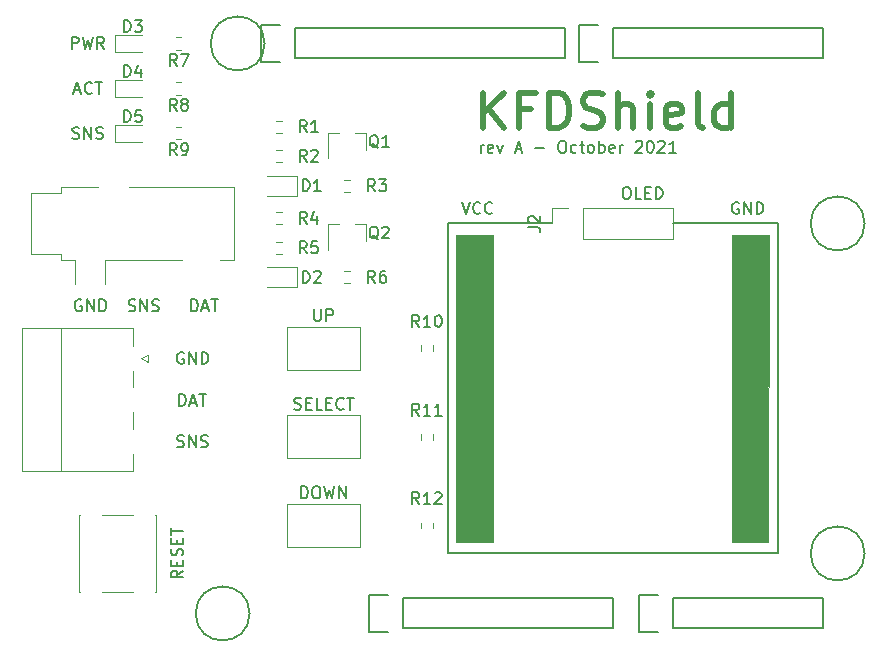
<source format=gbr>
%TF.GenerationSoftware,KiCad,Pcbnew,(5.1.9)-1*%
%TF.CreationDate,2021-10-28T18:27:29-05:00*%
%TF.ProjectId,KVLShield,4b564c53-6869-4656-9c64-2e6b69636164,1.0*%
%TF.SameCoordinates,Original*%
%TF.FileFunction,Legend,Top*%
%TF.FilePolarity,Positive*%
%FSLAX46Y46*%
G04 Gerber Fmt 4.6, Leading zero omitted, Abs format (unit mm)*
G04 Created by KiCad (PCBNEW (5.1.9)-1) date 2021-10-28 18:27:29*
%MOMM*%
%LPD*%
G01*
G04 APERTURE LIST*
%ADD10C,0.150000*%
%ADD11C,0.500000*%
%ADD12C,0.100000*%
%ADD13C,0.120000*%
G04 APERTURE END LIST*
D10*
X146833595Y-84817380D02*
X146833595Y-84150714D01*
X146833595Y-84341190D02*
X146881214Y-84245952D01*
X146928833Y-84198333D01*
X147024071Y-84150714D01*
X147119309Y-84150714D01*
X147833595Y-84769761D02*
X147738357Y-84817380D01*
X147547880Y-84817380D01*
X147452642Y-84769761D01*
X147405023Y-84674523D01*
X147405023Y-84293571D01*
X147452642Y-84198333D01*
X147547880Y-84150714D01*
X147738357Y-84150714D01*
X147833595Y-84198333D01*
X147881214Y-84293571D01*
X147881214Y-84388809D01*
X147405023Y-84484047D01*
X148214547Y-84150714D02*
X148452642Y-84817380D01*
X148690738Y-84150714D01*
X149785976Y-84531666D02*
X150262166Y-84531666D01*
X149690738Y-84817380D02*
X150024071Y-83817380D01*
X150357404Y-84817380D01*
X151452642Y-84436428D02*
X152214547Y-84436428D01*
X153643119Y-83817380D02*
X153833595Y-83817380D01*
X153928833Y-83865000D01*
X154024071Y-83960238D01*
X154071690Y-84150714D01*
X154071690Y-84484047D01*
X154024071Y-84674523D01*
X153928833Y-84769761D01*
X153833595Y-84817380D01*
X153643119Y-84817380D01*
X153547880Y-84769761D01*
X153452642Y-84674523D01*
X153405023Y-84484047D01*
X153405023Y-84150714D01*
X153452642Y-83960238D01*
X153547880Y-83865000D01*
X153643119Y-83817380D01*
X154928833Y-84769761D02*
X154833595Y-84817380D01*
X154643119Y-84817380D01*
X154547880Y-84769761D01*
X154500261Y-84722142D01*
X154452642Y-84626904D01*
X154452642Y-84341190D01*
X154500261Y-84245952D01*
X154547880Y-84198333D01*
X154643119Y-84150714D01*
X154833595Y-84150714D01*
X154928833Y-84198333D01*
X155214547Y-84150714D02*
X155595500Y-84150714D01*
X155357404Y-83817380D02*
X155357404Y-84674523D01*
X155405023Y-84769761D01*
X155500261Y-84817380D01*
X155595500Y-84817380D01*
X156071690Y-84817380D02*
X155976452Y-84769761D01*
X155928833Y-84722142D01*
X155881214Y-84626904D01*
X155881214Y-84341190D01*
X155928833Y-84245952D01*
X155976452Y-84198333D01*
X156071690Y-84150714D01*
X156214547Y-84150714D01*
X156309785Y-84198333D01*
X156357404Y-84245952D01*
X156405023Y-84341190D01*
X156405023Y-84626904D01*
X156357404Y-84722142D01*
X156309785Y-84769761D01*
X156214547Y-84817380D01*
X156071690Y-84817380D01*
X156833595Y-84817380D02*
X156833595Y-83817380D01*
X156833595Y-84198333D02*
X156928833Y-84150714D01*
X157119309Y-84150714D01*
X157214547Y-84198333D01*
X157262166Y-84245952D01*
X157309785Y-84341190D01*
X157309785Y-84626904D01*
X157262166Y-84722142D01*
X157214547Y-84769761D01*
X157119309Y-84817380D01*
X156928833Y-84817380D01*
X156833595Y-84769761D01*
X158119309Y-84769761D02*
X158024071Y-84817380D01*
X157833595Y-84817380D01*
X157738357Y-84769761D01*
X157690738Y-84674523D01*
X157690738Y-84293571D01*
X157738357Y-84198333D01*
X157833595Y-84150714D01*
X158024071Y-84150714D01*
X158119309Y-84198333D01*
X158166928Y-84293571D01*
X158166928Y-84388809D01*
X157690738Y-84484047D01*
X158595500Y-84817380D02*
X158595500Y-84150714D01*
X158595500Y-84341190D02*
X158643119Y-84245952D01*
X158690738Y-84198333D01*
X158785976Y-84150714D01*
X158881214Y-84150714D01*
X159928833Y-83912619D02*
X159976452Y-83865000D01*
X160071690Y-83817380D01*
X160309785Y-83817380D01*
X160405023Y-83865000D01*
X160452642Y-83912619D01*
X160500261Y-84007857D01*
X160500261Y-84103095D01*
X160452642Y-84245952D01*
X159881214Y-84817380D01*
X160500261Y-84817380D01*
X161119309Y-83817380D02*
X161214547Y-83817380D01*
X161309785Y-83865000D01*
X161357404Y-83912619D01*
X161405023Y-84007857D01*
X161452642Y-84198333D01*
X161452642Y-84436428D01*
X161405023Y-84626904D01*
X161357404Y-84722142D01*
X161309785Y-84769761D01*
X161214547Y-84817380D01*
X161119309Y-84817380D01*
X161024071Y-84769761D01*
X160976452Y-84722142D01*
X160928833Y-84626904D01*
X160881214Y-84436428D01*
X160881214Y-84198333D01*
X160928833Y-84007857D01*
X160976452Y-83912619D01*
X161024071Y-83865000D01*
X161119309Y-83817380D01*
X161833595Y-83912619D02*
X161881214Y-83865000D01*
X161976452Y-83817380D01*
X162214547Y-83817380D01*
X162309785Y-83865000D01*
X162357404Y-83912619D01*
X162405023Y-84007857D01*
X162405023Y-84103095D01*
X162357404Y-84245952D01*
X161785976Y-84817380D01*
X162405023Y-84817380D01*
X163357404Y-84817380D02*
X162785976Y-84817380D01*
X163071690Y-84817380D02*
X163071690Y-83817380D01*
X162976452Y-83960238D01*
X162881214Y-84055476D01*
X162785976Y-84103095D01*
D11*
X147037285Y-82722142D02*
X147037285Y-79722142D01*
X148751571Y-82722142D02*
X147465857Y-81007857D01*
X148751571Y-79722142D02*
X147037285Y-81436428D01*
X151037285Y-81150714D02*
X150037285Y-81150714D01*
X150037285Y-82722142D02*
X150037285Y-79722142D01*
X151465857Y-79722142D01*
X152608714Y-82722142D02*
X152608714Y-79722142D01*
X153323000Y-79722142D01*
X153751571Y-79865000D01*
X154037285Y-80150714D01*
X154180142Y-80436428D01*
X154323000Y-81007857D01*
X154323000Y-81436428D01*
X154180142Y-82007857D01*
X154037285Y-82293571D01*
X153751571Y-82579285D01*
X153323000Y-82722142D01*
X152608714Y-82722142D01*
X155465857Y-82579285D02*
X155894428Y-82722142D01*
X156608714Y-82722142D01*
X156894428Y-82579285D01*
X157037285Y-82436428D01*
X157180142Y-82150714D01*
X157180142Y-81865000D01*
X157037285Y-81579285D01*
X156894428Y-81436428D01*
X156608714Y-81293571D01*
X156037285Y-81150714D01*
X155751571Y-81007857D01*
X155608714Y-80865000D01*
X155465857Y-80579285D01*
X155465857Y-80293571D01*
X155608714Y-80007857D01*
X155751571Y-79865000D01*
X156037285Y-79722142D01*
X156751571Y-79722142D01*
X157180142Y-79865000D01*
X158465857Y-82722142D02*
X158465857Y-79722142D01*
X159751571Y-82722142D02*
X159751571Y-81150714D01*
X159608714Y-80865000D01*
X159323000Y-80722142D01*
X158894428Y-80722142D01*
X158608714Y-80865000D01*
X158465857Y-81007857D01*
X161180142Y-82722142D02*
X161180142Y-80722142D01*
X161180142Y-79722142D02*
X161037285Y-79865000D01*
X161180142Y-80007857D01*
X161323000Y-79865000D01*
X161180142Y-79722142D01*
X161180142Y-80007857D01*
X163751571Y-82579285D02*
X163465857Y-82722142D01*
X162894428Y-82722142D01*
X162608714Y-82579285D01*
X162465857Y-82293571D01*
X162465857Y-81150714D01*
X162608714Y-80865000D01*
X162894428Y-80722142D01*
X163465857Y-80722142D01*
X163751571Y-80865000D01*
X163894428Y-81150714D01*
X163894428Y-81436428D01*
X162465857Y-81722142D01*
X165608714Y-82722142D02*
X165323000Y-82579285D01*
X165180142Y-82293571D01*
X165180142Y-79722142D01*
X168037285Y-82722142D02*
X168037285Y-79722142D01*
X168037285Y-82579285D02*
X167751571Y-82722142D01*
X167180142Y-82722142D01*
X166894428Y-82579285D01*
X166751571Y-82436428D01*
X166608714Y-82150714D01*
X166608714Y-81293571D01*
X166751571Y-81007857D01*
X166894428Y-80865000D01*
X167180142Y-80722142D01*
X167751571Y-80722142D01*
X168037285Y-80865000D01*
D10*
X131617047Y-114067380D02*
X131617047Y-113067380D01*
X131855142Y-113067380D01*
X131998000Y-113115000D01*
X132093238Y-113210238D01*
X132140857Y-113305476D01*
X132188476Y-113495952D01*
X132188476Y-113638809D01*
X132140857Y-113829285D01*
X132093238Y-113924523D01*
X131998000Y-114019761D01*
X131855142Y-114067380D01*
X131617047Y-114067380D01*
X132807523Y-113067380D02*
X132998000Y-113067380D01*
X133093238Y-113115000D01*
X133188476Y-113210238D01*
X133236095Y-113400714D01*
X133236095Y-113734047D01*
X133188476Y-113924523D01*
X133093238Y-114019761D01*
X132998000Y-114067380D01*
X132807523Y-114067380D01*
X132712285Y-114019761D01*
X132617047Y-113924523D01*
X132569428Y-113734047D01*
X132569428Y-113400714D01*
X132617047Y-113210238D01*
X132712285Y-113115000D01*
X132807523Y-113067380D01*
X133569428Y-113067380D02*
X133807523Y-114067380D01*
X133998000Y-113353095D01*
X134188476Y-114067380D01*
X134426571Y-113067380D01*
X134807523Y-114067380D02*
X134807523Y-113067380D01*
X135378952Y-114067380D01*
X135378952Y-113067380D01*
X131021809Y-106519761D02*
X131164666Y-106567380D01*
X131402761Y-106567380D01*
X131498000Y-106519761D01*
X131545619Y-106472142D01*
X131593238Y-106376904D01*
X131593238Y-106281666D01*
X131545619Y-106186428D01*
X131498000Y-106138809D01*
X131402761Y-106091190D01*
X131212285Y-106043571D01*
X131117047Y-105995952D01*
X131069428Y-105948333D01*
X131021809Y-105853095D01*
X131021809Y-105757857D01*
X131069428Y-105662619D01*
X131117047Y-105615000D01*
X131212285Y-105567380D01*
X131450380Y-105567380D01*
X131593238Y-105615000D01*
X132021809Y-106043571D02*
X132355142Y-106043571D01*
X132498000Y-106567380D02*
X132021809Y-106567380D01*
X132021809Y-105567380D01*
X132498000Y-105567380D01*
X133402761Y-106567380D02*
X132926571Y-106567380D01*
X132926571Y-105567380D01*
X133736095Y-106043571D02*
X134069428Y-106043571D01*
X134212285Y-106567380D02*
X133736095Y-106567380D01*
X133736095Y-105567380D01*
X134212285Y-105567380D01*
X135212285Y-106472142D02*
X135164666Y-106519761D01*
X135021809Y-106567380D01*
X134926571Y-106567380D01*
X134783714Y-106519761D01*
X134688476Y-106424523D01*
X134640857Y-106329285D01*
X134593238Y-106138809D01*
X134593238Y-105995952D01*
X134640857Y-105805476D01*
X134688476Y-105710238D01*
X134783714Y-105615000D01*
X134926571Y-105567380D01*
X135021809Y-105567380D01*
X135164666Y-105615000D01*
X135212285Y-105662619D01*
X135498000Y-105567380D02*
X136069428Y-105567380D01*
X135783714Y-106567380D02*
X135783714Y-105567380D01*
X132712285Y-98067380D02*
X132712285Y-98876904D01*
X132759904Y-98972142D01*
X132807523Y-99019761D01*
X132902761Y-99067380D01*
X133093238Y-99067380D01*
X133188476Y-99019761D01*
X133236095Y-98972142D01*
X133283714Y-98876904D01*
X133283714Y-98067380D01*
X133759904Y-99067380D02*
X133759904Y-98067380D01*
X134140857Y-98067380D01*
X134236095Y-98115000D01*
X134283714Y-98162619D01*
X134331333Y-98257857D01*
X134331333Y-98400714D01*
X134283714Y-98495952D01*
X134236095Y-98543571D01*
X134140857Y-98591190D01*
X133759904Y-98591190D01*
X145224666Y-88987380D02*
X145558000Y-89987380D01*
X145891333Y-88987380D01*
X146796095Y-89892142D02*
X146748476Y-89939761D01*
X146605619Y-89987380D01*
X146510380Y-89987380D01*
X146367523Y-89939761D01*
X146272285Y-89844523D01*
X146224666Y-89749285D01*
X146177047Y-89558809D01*
X146177047Y-89415952D01*
X146224666Y-89225476D01*
X146272285Y-89130238D01*
X146367523Y-89035000D01*
X146510380Y-88987380D01*
X146605619Y-88987380D01*
X146748476Y-89035000D01*
X146796095Y-89082619D01*
X147796095Y-89892142D02*
X147748476Y-89939761D01*
X147605619Y-89987380D01*
X147510380Y-89987380D01*
X147367523Y-89939761D01*
X147272285Y-89844523D01*
X147224666Y-89749285D01*
X147177047Y-89558809D01*
X147177047Y-89415952D01*
X147224666Y-89225476D01*
X147272285Y-89130238D01*
X147367523Y-89035000D01*
X147510380Y-88987380D01*
X147605619Y-88987380D01*
X147748476Y-89035000D01*
X147796095Y-89082619D01*
X168656095Y-89035000D02*
X168560857Y-88987380D01*
X168418000Y-88987380D01*
X168275142Y-89035000D01*
X168179904Y-89130238D01*
X168132285Y-89225476D01*
X168084666Y-89415952D01*
X168084666Y-89558809D01*
X168132285Y-89749285D01*
X168179904Y-89844523D01*
X168275142Y-89939761D01*
X168418000Y-89987380D01*
X168513238Y-89987380D01*
X168656095Y-89939761D01*
X168703714Y-89892142D01*
X168703714Y-89558809D01*
X168513238Y-89558809D01*
X169132285Y-89987380D02*
X169132285Y-88987380D01*
X169703714Y-89987380D01*
X169703714Y-88987380D01*
X170179904Y-89987380D02*
X170179904Y-88987380D01*
X170418000Y-88987380D01*
X170560857Y-89035000D01*
X170656095Y-89130238D01*
X170703714Y-89225476D01*
X170751333Y-89415952D01*
X170751333Y-89558809D01*
X170703714Y-89749285D01*
X170656095Y-89844523D01*
X170560857Y-89939761D01*
X170418000Y-89987380D01*
X170179904Y-89987380D01*
D12*
G36*
X171206905Y-91819668D02*
G01*
X171157252Y-117774831D01*
X168098867Y-117771507D01*
X168088162Y-91823680D01*
X168101792Y-91816865D01*
X168098656Y-91816344D01*
X171206905Y-91819668D01*
G37*
X171206905Y-91819668D02*
X171157252Y-117774831D01*
X168098867Y-117771507D01*
X168088162Y-91823680D01*
X168101792Y-91816865D01*
X168098656Y-91816344D01*
X171206905Y-91819668D01*
G36*
X147869342Y-91797418D02*
G01*
X147819689Y-117752581D01*
X144761304Y-117749257D01*
X144750599Y-91801430D01*
X144764229Y-91794615D01*
X144761093Y-91794094D01*
X147869342Y-91797418D01*
G37*
X147869342Y-91797418D02*
X147819689Y-117752581D01*
X144761304Y-117749257D01*
X144750599Y-91801430D01*
X144764229Y-91794615D01*
X144761093Y-91794094D01*
X147869342Y-91797418D01*
D10*
X144018000Y-90805000D02*
X152848000Y-90805000D01*
X171958000Y-90805000D02*
X163068000Y-90805000D01*
X171958000Y-118745000D02*
X171958000Y-90805000D01*
X144018000Y-118745000D02*
X171958000Y-118745000D01*
X144018000Y-90805000D02*
X144018000Y-118745000D01*
X121610380Y-120197380D02*
X121134190Y-120530714D01*
X121610380Y-120768809D02*
X120610380Y-120768809D01*
X120610380Y-120387857D01*
X120658000Y-120292619D01*
X120705619Y-120245000D01*
X120800857Y-120197380D01*
X120943714Y-120197380D01*
X121038952Y-120245000D01*
X121086571Y-120292619D01*
X121134190Y-120387857D01*
X121134190Y-120768809D01*
X121086571Y-119768809D02*
X121086571Y-119435476D01*
X121610380Y-119292619D02*
X121610380Y-119768809D01*
X120610380Y-119768809D01*
X120610380Y-119292619D01*
X121562761Y-118911666D02*
X121610380Y-118768809D01*
X121610380Y-118530714D01*
X121562761Y-118435476D01*
X121515142Y-118387857D01*
X121419904Y-118340238D01*
X121324666Y-118340238D01*
X121229428Y-118387857D01*
X121181809Y-118435476D01*
X121134190Y-118530714D01*
X121086571Y-118721190D01*
X121038952Y-118816428D01*
X120991333Y-118864047D01*
X120896095Y-118911666D01*
X120800857Y-118911666D01*
X120705619Y-118864047D01*
X120658000Y-118816428D01*
X120610380Y-118721190D01*
X120610380Y-118483095D01*
X120658000Y-118340238D01*
X121086571Y-117911666D02*
X121086571Y-117578333D01*
X121610380Y-117435476D02*
X121610380Y-117911666D01*
X120610380Y-117911666D01*
X120610380Y-117435476D01*
X120610380Y-117149761D02*
X120610380Y-116578333D01*
X121610380Y-116864047D02*
X120610380Y-116864047D01*
X113012560Y-97287607D02*
X112917321Y-97239987D01*
X112774464Y-97239987D01*
X112631607Y-97287607D01*
X112536369Y-97382845D01*
X112488750Y-97478083D01*
X112441131Y-97668559D01*
X112441131Y-97811416D01*
X112488750Y-98001892D01*
X112536369Y-98097130D01*
X112631607Y-98192368D01*
X112774464Y-98239987D01*
X112869702Y-98239987D01*
X113012560Y-98192368D01*
X113060179Y-98144749D01*
X113060179Y-97811416D01*
X112869702Y-97811416D01*
X113488750Y-98239987D02*
X113488750Y-97239987D01*
X114060179Y-98239987D01*
X114060179Y-97239987D01*
X114536369Y-98239987D02*
X114536369Y-97239987D01*
X114774464Y-97239987D01*
X114917321Y-97287607D01*
X115012560Y-97382845D01*
X115060179Y-97478083D01*
X115107798Y-97668559D01*
X115107798Y-97811416D01*
X115060179Y-98001892D01*
X115012560Y-98097130D01*
X114917321Y-98192368D01*
X114774464Y-98239987D01*
X114536369Y-98239987D01*
X117012560Y-98192368D02*
X117155417Y-98239987D01*
X117393512Y-98239987D01*
X117488750Y-98192368D01*
X117536369Y-98144749D01*
X117583988Y-98049511D01*
X117583988Y-97954273D01*
X117536369Y-97859035D01*
X117488750Y-97811416D01*
X117393512Y-97763797D01*
X117203036Y-97716178D01*
X117107798Y-97668559D01*
X117060179Y-97620940D01*
X117012560Y-97525702D01*
X117012560Y-97430464D01*
X117060179Y-97335226D01*
X117107798Y-97287607D01*
X117203036Y-97239987D01*
X117441131Y-97239987D01*
X117583988Y-97287607D01*
X118012560Y-98239987D02*
X118012560Y-97239987D01*
X118583988Y-98239987D01*
X118583988Y-97239987D01*
X119012560Y-98192368D02*
X119155417Y-98239987D01*
X119393512Y-98239987D01*
X119488750Y-98192368D01*
X119536369Y-98144749D01*
X119583988Y-98049511D01*
X119583988Y-97954273D01*
X119536369Y-97859035D01*
X119488750Y-97811416D01*
X119393512Y-97763797D01*
X119203036Y-97716178D01*
X119107798Y-97668559D01*
X119060179Y-97620940D01*
X119012560Y-97525702D01*
X119012560Y-97430464D01*
X119060179Y-97335226D01*
X119107798Y-97287607D01*
X119203036Y-97239987D01*
X119441131Y-97239987D01*
X119583988Y-97287607D01*
X122298274Y-98239987D02*
X122298274Y-97239987D01*
X122536369Y-97239987D01*
X122679226Y-97287607D01*
X122774464Y-97382845D01*
X122822083Y-97478083D01*
X122869702Y-97668559D01*
X122869702Y-97811416D01*
X122822083Y-98001892D01*
X122774464Y-98097130D01*
X122679226Y-98192368D01*
X122536369Y-98239987D01*
X122298274Y-98239987D01*
X123250655Y-97954273D02*
X123726845Y-97954273D01*
X123155417Y-98239987D02*
X123488750Y-97239987D01*
X123822083Y-98239987D01*
X124012560Y-97239987D02*
X124583988Y-97239987D01*
X124298274Y-98239987D02*
X124298274Y-97239987D01*
X121281472Y-106258728D02*
X121281472Y-105258728D01*
X121519567Y-105258728D01*
X121662424Y-105306348D01*
X121757662Y-105401586D01*
X121805281Y-105496824D01*
X121852901Y-105687300D01*
X121852901Y-105830157D01*
X121805281Y-106020633D01*
X121757662Y-106115871D01*
X121662424Y-106211109D01*
X121519567Y-106258728D01*
X121281472Y-106258728D01*
X122233853Y-105973014D02*
X122710043Y-105973014D01*
X122138615Y-106258728D02*
X122471948Y-105258728D01*
X122805281Y-106258728D01*
X122995758Y-105258728D02*
X123567186Y-105258728D01*
X123281472Y-106258728D02*
X123281472Y-105258728D01*
X121121803Y-109692957D02*
X121264660Y-109740576D01*
X121502756Y-109740576D01*
X121597994Y-109692957D01*
X121645613Y-109645338D01*
X121693232Y-109550100D01*
X121693232Y-109454862D01*
X121645613Y-109359624D01*
X121597994Y-109312005D01*
X121502756Y-109264386D01*
X121312279Y-109216767D01*
X121217041Y-109169148D01*
X121169422Y-109121529D01*
X121121803Y-109026291D01*
X121121803Y-108931053D01*
X121169422Y-108835815D01*
X121217041Y-108788196D01*
X121312279Y-108740576D01*
X121550375Y-108740576D01*
X121693232Y-108788196D01*
X122121803Y-109740576D02*
X122121803Y-108740576D01*
X122693232Y-109740576D01*
X122693232Y-108740576D01*
X123121803Y-109692957D02*
X123264660Y-109740576D01*
X123502756Y-109740576D01*
X123597994Y-109692957D01*
X123645613Y-109645338D01*
X123693232Y-109550100D01*
X123693232Y-109454862D01*
X123645613Y-109359624D01*
X123597994Y-109312005D01*
X123502756Y-109264386D01*
X123312279Y-109216767D01*
X123217041Y-109169148D01*
X123169422Y-109121529D01*
X123121803Y-109026291D01*
X123121803Y-108931053D01*
X123169422Y-108835815D01*
X123217041Y-108788196D01*
X123312279Y-108740576D01*
X123550375Y-108740576D01*
X123693232Y-108788196D01*
X121666095Y-101735000D02*
X121570857Y-101687380D01*
X121428000Y-101687380D01*
X121285142Y-101735000D01*
X121189904Y-101830238D01*
X121142285Y-101925476D01*
X121094666Y-102115952D01*
X121094666Y-102258809D01*
X121142285Y-102449285D01*
X121189904Y-102544523D01*
X121285142Y-102639761D01*
X121428000Y-102687380D01*
X121523238Y-102687380D01*
X121666095Y-102639761D01*
X121713714Y-102592142D01*
X121713714Y-102258809D01*
X121523238Y-102258809D01*
X122142285Y-102687380D02*
X122142285Y-101687380D01*
X122713714Y-102687380D01*
X122713714Y-101687380D01*
X123189904Y-102687380D02*
X123189904Y-101687380D01*
X123428000Y-101687380D01*
X123570857Y-101735000D01*
X123666095Y-101830238D01*
X123713714Y-101925476D01*
X123761333Y-102115952D01*
X123761333Y-102258809D01*
X123713714Y-102449285D01*
X123666095Y-102544523D01*
X123570857Y-102639761D01*
X123428000Y-102687380D01*
X123189904Y-102687380D01*
X112252285Y-83589761D02*
X112395142Y-83637380D01*
X112633238Y-83637380D01*
X112728476Y-83589761D01*
X112776095Y-83542142D01*
X112823714Y-83446904D01*
X112823714Y-83351666D01*
X112776095Y-83256428D01*
X112728476Y-83208809D01*
X112633238Y-83161190D01*
X112442761Y-83113571D01*
X112347523Y-83065952D01*
X112299904Y-83018333D01*
X112252285Y-82923095D01*
X112252285Y-82827857D01*
X112299904Y-82732619D01*
X112347523Y-82685000D01*
X112442761Y-82637380D01*
X112680857Y-82637380D01*
X112823714Y-82685000D01*
X113252285Y-83637380D02*
X113252285Y-82637380D01*
X113823714Y-83637380D01*
X113823714Y-82637380D01*
X114252285Y-83589761D02*
X114395142Y-83637380D01*
X114633238Y-83637380D01*
X114728476Y-83589761D01*
X114776095Y-83542142D01*
X114823714Y-83446904D01*
X114823714Y-83351666D01*
X114776095Y-83256428D01*
X114728476Y-83208809D01*
X114633238Y-83161190D01*
X114442761Y-83113571D01*
X114347523Y-83065952D01*
X114299904Y-83018333D01*
X114252285Y-82923095D01*
X114252285Y-82827857D01*
X114299904Y-82732619D01*
X114347523Y-82685000D01*
X114442761Y-82637380D01*
X114680857Y-82637380D01*
X114823714Y-82685000D01*
X112418952Y-79541666D02*
X112895142Y-79541666D01*
X112323714Y-79827380D02*
X112657047Y-78827380D01*
X112990380Y-79827380D01*
X113895142Y-79732142D02*
X113847523Y-79779761D01*
X113704666Y-79827380D01*
X113609428Y-79827380D01*
X113466571Y-79779761D01*
X113371333Y-79684523D01*
X113323714Y-79589285D01*
X113276095Y-79398809D01*
X113276095Y-79255952D01*
X113323714Y-79065476D01*
X113371333Y-78970238D01*
X113466571Y-78875000D01*
X113609428Y-78827380D01*
X113704666Y-78827380D01*
X113847523Y-78875000D01*
X113895142Y-78922619D01*
X114180857Y-78827380D02*
X114752285Y-78827380D01*
X114466571Y-79827380D02*
X114466571Y-78827380D01*
X112204666Y-76017380D02*
X112204666Y-75017380D01*
X112585619Y-75017380D01*
X112680857Y-75065000D01*
X112728476Y-75112619D01*
X112776095Y-75207857D01*
X112776095Y-75350714D01*
X112728476Y-75445952D01*
X112680857Y-75493571D01*
X112585619Y-75541190D01*
X112204666Y-75541190D01*
X113109428Y-75017380D02*
X113347523Y-76017380D01*
X113538000Y-75303095D01*
X113728476Y-76017380D01*
X113966571Y-75017380D01*
X114918952Y-76017380D02*
X114585619Y-75541190D01*
X114347523Y-76017380D02*
X114347523Y-75017380D01*
X114728476Y-75017380D01*
X114823714Y-75065000D01*
X114871333Y-75112619D01*
X114918952Y-75207857D01*
X114918952Y-75350714D01*
X114871333Y-75445952D01*
X114823714Y-75493571D01*
X114728476Y-75541190D01*
X114347523Y-75541190D01*
X159075619Y-87717380D02*
X159266095Y-87717380D01*
X159361333Y-87765000D01*
X159456571Y-87860238D01*
X159504190Y-88050714D01*
X159504190Y-88384047D01*
X159456571Y-88574523D01*
X159361333Y-88669761D01*
X159266095Y-88717380D01*
X159075619Y-88717380D01*
X158980380Y-88669761D01*
X158885142Y-88574523D01*
X158837523Y-88384047D01*
X158837523Y-88050714D01*
X158885142Y-87860238D01*
X158980380Y-87765000D01*
X159075619Y-87717380D01*
X160408952Y-88717380D02*
X159932761Y-88717380D01*
X159932761Y-87717380D01*
X160742285Y-88193571D02*
X161075619Y-88193571D01*
X161218476Y-88717380D02*
X160742285Y-88717380D01*
X160742285Y-87717380D01*
X161218476Y-87717380D01*
X161647047Y-88717380D02*
X161647047Y-87717380D01*
X161885142Y-87717380D01*
X162028000Y-87765000D01*
X162123238Y-87860238D01*
X162170857Y-87955476D01*
X162218476Y-88145952D01*
X162218476Y-88288809D01*
X162170857Y-88479285D01*
X162123238Y-88574523D01*
X162028000Y-88669761D01*
X161885142Y-88717380D01*
X161647047Y-88717380D01*
D13*
%TO.C,J3*%
X112448000Y-93905000D02*
X111248000Y-93905000D01*
X111248000Y-93905000D02*
X111248000Y-93405000D01*
X111248000Y-93405000D02*
X108748000Y-93405000D01*
X108748000Y-93405000D02*
X108748000Y-88205000D01*
X108748000Y-88205000D02*
X111248000Y-88205000D01*
X111248000Y-88205000D02*
X111248000Y-87705000D01*
X111248000Y-87705000D02*
X114448000Y-87705000D01*
X117048000Y-87705000D02*
X125948000Y-87705000D01*
X125948000Y-87705000D02*
X125948000Y-93905000D01*
X125948000Y-93905000D02*
X124748000Y-93905000D01*
X121548000Y-93905000D02*
X115048000Y-93905000D01*
X112448000Y-93905000D02*
X112448000Y-95905000D01*
X115048000Y-93905000D02*
X115048000Y-95905000D01*
%TO.C,SW1*%
X119308000Y-121975000D02*
X119278000Y-121975000D01*
X112848000Y-121975000D02*
X112878000Y-121975000D01*
X112848000Y-115515000D02*
X112878000Y-115515000D01*
X119278000Y-115515000D02*
X119308000Y-115515000D01*
X117378000Y-121975000D02*
X114778000Y-121975000D01*
X119308000Y-115515000D02*
X119308000Y-121975000D01*
X117378000Y-115515000D02*
X114778000Y-115515000D01*
X112848000Y-115515000D02*
X112848000Y-121975000D01*
%TO.C,Q1*%
X137078000Y-83105000D02*
X136148000Y-83105000D01*
X133918000Y-83105000D02*
X134848000Y-83105000D01*
X133918000Y-83105000D02*
X133918000Y-85265000D01*
X137078000Y-83105000D02*
X137078000Y-84565000D01*
%TO.C,SW4*%
X130438000Y-114555000D02*
X136558000Y-114555000D01*
X136558000Y-114555000D02*
X136558000Y-118175000D01*
X136558000Y-118175000D02*
X130438000Y-118175000D01*
X130438000Y-118175000D02*
X130438000Y-114555000D01*
%TO.C,SW3*%
X130438000Y-107055000D02*
X136558000Y-107055000D01*
X136558000Y-107055000D02*
X136558000Y-110675000D01*
X136558000Y-110675000D02*
X130438000Y-110675000D01*
X130438000Y-110675000D02*
X130438000Y-107055000D01*
%TO.C,SW2*%
X130438000Y-99555000D02*
X136558000Y-99555000D01*
X136558000Y-99555000D02*
X136558000Y-103175000D01*
X136558000Y-103175000D02*
X130438000Y-103175000D01*
X130438000Y-103175000D02*
X130438000Y-99555000D01*
%TO.C,R12*%
X142770500Y-116127742D02*
X142770500Y-116602258D01*
X141725500Y-116127742D02*
X141725500Y-116602258D01*
%TO.C,R11*%
X142770500Y-108627742D02*
X142770500Y-109102258D01*
X141725500Y-108627742D02*
X141725500Y-109102258D01*
%TO.C,R10*%
X142770500Y-101127742D02*
X142770500Y-101602258D01*
X141725500Y-101127742D02*
X141725500Y-101602258D01*
%TO.C,D2*%
X131248000Y-96215000D02*
X131248000Y-94515000D01*
X131248000Y-94515000D02*
X128698000Y-94515000D01*
X131248000Y-96215000D02*
X128698000Y-96215000D01*
%TO.C,D1*%
X131248000Y-88465000D02*
X131248000Y-86765000D01*
X131248000Y-86765000D02*
X128698000Y-86765000D01*
X131248000Y-88465000D02*
X128698000Y-88465000D01*
%TO.C,J1*%
X117388000Y-99675000D02*
X107968000Y-99675000D01*
X107968000Y-99675000D02*
X107968000Y-111795000D01*
X107968000Y-111795000D02*
X117388000Y-111795000D01*
X117388000Y-99675000D02*
X117388000Y-101185000D01*
X117388000Y-111795000D02*
X117388000Y-110285000D01*
X117388000Y-103285000D02*
X117388000Y-104685000D01*
X117388000Y-106785000D02*
X117388000Y-108185000D01*
X111278000Y-99675000D02*
X111278000Y-111795000D01*
X118678000Y-102535000D02*
X118078000Y-102235000D01*
X118078000Y-102235000D02*
X118678000Y-101935000D01*
X118678000Y-101935000D02*
X118678000Y-102535000D01*
%TO.C,R9*%
X121485258Y-83667500D02*
X121010742Y-83667500D01*
X121485258Y-82622500D02*
X121010742Y-82622500D01*
%TO.C,D5*%
X118148000Y-82450000D02*
X115863000Y-82450000D01*
X115863000Y-82450000D02*
X115863000Y-83920000D01*
X115863000Y-83920000D02*
X118148000Y-83920000D01*
%TO.C,D4*%
X118148000Y-78640000D02*
X115863000Y-78640000D01*
X115863000Y-78640000D02*
X115863000Y-80110000D01*
X115863000Y-80110000D02*
X118148000Y-80110000D01*
%TO.C,D3*%
X118148000Y-74830000D02*
X115863000Y-74830000D01*
X115863000Y-74830000D02*
X115863000Y-76300000D01*
X115863000Y-76300000D02*
X118148000Y-76300000D01*
%TO.C,Q2*%
X137078000Y-90855000D02*
X136148000Y-90855000D01*
X133918000Y-90855000D02*
X134848000Y-90855000D01*
X133918000Y-90855000D02*
X133918000Y-93015000D01*
X137078000Y-90855000D02*
X137078000Y-92315000D01*
%TO.C,R8*%
X121485258Y-79897500D02*
X121010742Y-79897500D01*
X121485258Y-78852500D02*
X121010742Y-78852500D01*
%TO.C,R7*%
X121485258Y-76087500D02*
X121010742Y-76087500D01*
X121485258Y-75042500D02*
X121010742Y-75042500D01*
%TO.C,R6*%
X135735258Y-95887500D02*
X135260742Y-95887500D01*
X135735258Y-94842500D02*
X135260742Y-94842500D01*
%TO.C,R5*%
X129510742Y-92342500D02*
X129985258Y-92342500D01*
X129510742Y-93387500D02*
X129985258Y-93387500D01*
%TO.C,R4*%
X129510742Y-89842500D02*
X129985258Y-89842500D01*
X129510742Y-90887500D02*
X129985258Y-90887500D01*
%TO.C,R3*%
X135735258Y-88137500D02*
X135260742Y-88137500D01*
X135735258Y-87092500D02*
X135260742Y-87092500D01*
%TO.C,R2*%
X129510742Y-84592500D02*
X129985258Y-84592500D01*
X129510742Y-85637500D02*
X129985258Y-85637500D01*
%TO.C,R1*%
X129510742Y-82092500D02*
X129985258Y-82092500D01*
X129510742Y-83137500D02*
X129985258Y-83137500D01*
D10*
%TO.C,P1*%
X140208000Y-125095000D02*
X157988000Y-125095000D01*
X157988000Y-125095000D02*
X157988000Y-122555000D01*
X157988000Y-122555000D02*
X140208000Y-122555000D01*
X137388000Y-125375000D02*
X138938000Y-125375000D01*
X140208000Y-125095000D02*
X140208000Y-122555000D01*
X138938000Y-122275000D02*
X137388000Y-122275000D01*
X137388000Y-122275000D02*
X137388000Y-125375000D01*
%TO.C,P2*%
X163068000Y-125095000D02*
X175768000Y-125095000D01*
X175768000Y-125095000D02*
X175768000Y-122555000D01*
X175768000Y-122555000D02*
X163068000Y-122555000D01*
X160248000Y-125375000D02*
X161798000Y-125375000D01*
X163068000Y-125095000D02*
X163068000Y-122555000D01*
X161798000Y-122275000D02*
X160248000Y-122275000D01*
X160248000Y-122275000D02*
X160248000Y-125375000D01*
%TO.C,P3*%
X131064000Y-76835000D02*
X153924000Y-76835000D01*
X153924000Y-76835000D02*
X153924000Y-74295000D01*
X153924000Y-74295000D02*
X131064000Y-74295000D01*
X128244000Y-77115000D02*
X129794000Y-77115000D01*
X131064000Y-76835000D02*
X131064000Y-74295000D01*
X129794000Y-74015000D02*
X128244000Y-74015000D01*
X128244000Y-74015000D02*
X128244000Y-77115000D01*
%TO.C,P4*%
X157988000Y-76835000D02*
X175768000Y-76835000D01*
X175768000Y-76835000D02*
X175768000Y-74295000D01*
X175768000Y-74295000D02*
X157988000Y-74295000D01*
X155168000Y-77115000D02*
X156718000Y-77115000D01*
X157988000Y-76835000D02*
X157988000Y-74295000D01*
X156718000Y-74015000D02*
X155168000Y-74015000D01*
X155168000Y-74015000D02*
X155168000Y-77115000D01*
%TO.C,P5*%
X127254000Y-123825000D02*
G75*
G03*
X127254000Y-123825000I-2286000J0D01*
G01*
%TO.C,P6*%
X179324000Y-118745000D02*
G75*
G03*
X179324000Y-118745000I-2286000J0D01*
G01*
%TO.C,P7*%
X128524000Y-75565000D02*
G75*
G03*
X128524000Y-75565000I-2286000J0D01*
G01*
%TO.C,P8*%
X179324000Y-90805000D02*
G75*
G03*
X179324000Y-90805000I-2286000J0D01*
G01*
D13*
%TO.C,J2*%
X152848000Y-90805000D02*
X152848000Y-89475000D01*
X152848000Y-89475000D02*
X154178000Y-89475000D01*
X155448000Y-89475000D02*
X163128000Y-89475000D01*
X163128000Y-92135000D02*
X163128000Y-89475000D01*
X155448000Y-92135000D02*
X163128000Y-92135000D01*
X155448000Y-92135000D02*
X155448000Y-89475000D01*
%TO.C,Q1*%
D10*
X138152761Y-84412619D02*
X138057523Y-84365000D01*
X137962285Y-84269761D01*
X137819428Y-84126904D01*
X137724190Y-84079285D01*
X137628952Y-84079285D01*
X137676571Y-84317380D02*
X137581333Y-84269761D01*
X137486095Y-84174523D01*
X137438476Y-83984047D01*
X137438476Y-83650714D01*
X137486095Y-83460238D01*
X137581333Y-83365000D01*
X137676571Y-83317380D01*
X137867047Y-83317380D01*
X137962285Y-83365000D01*
X138057523Y-83460238D01*
X138105142Y-83650714D01*
X138105142Y-83984047D01*
X138057523Y-84174523D01*
X137962285Y-84269761D01*
X137867047Y-84317380D01*
X137676571Y-84317380D01*
X139057523Y-84317380D02*
X138486095Y-84317380D01*
X138771809Y-84317380D02*
X138771809Y-83317380D01*
X138676571Y-83460238D01*
X138581333Y-83555476D01*
X138486095Y-83603095D01*
%TO.C,R12*%
X141605142Y-114567380D02*
X141271809Y-114091190D01*
X141033714Y-114567380D02*
X141033714Y-113567380D01*
X141414666Y-113567380D01*
X141509904Y-113615000D01*
X141557523Y-113662619D01*
X141605142Y-113757857D01*
X141605142Y-113900714D01*
X141557523Y-113995952D01*
X141509904Y-114043571D01*
X141414666Y-114091190D01*
X141033714Y-114091190D01*
X142557523Y-114567380D02*
X141986095Y-114567380D01*
X142271809Y-114567380D02*
X142271809Y-113567380D01*
X142176571Y-113710238D01*
X142081333Y-113805476D01*
X141986095Y-113853095D01*
X142938476Y-113662619D02*
X142986095Y-113615000D01*
X143081333Y-113567380D01*
X143319428Y-113567380D01*
X143414666Y-113615000D01*
X143462285Y-113662619D01*
X143509904Y-113757857D01*
X143509904Y-113853095D01*
X143462285Y-113995952D01*
X142890857Y-114567380D01*
X143509904Y-114567380D01*
%TO.C,R11*%
X141605142Y-107067380D02*
X141271809Y-106591190D01*
X141033714Y-107067380D02*
X141033714Y-106067380D01*
X141414666Y-106067380D01*
X141509904Y-106115000D01*
X141557523Y-106162619D01*
X141605142Y-106257857D01*
X141605142Y-106400714D01*
X141557523Y-106495952D01*
X141509904Y-106543571D01*
X141414666Y-106591190D01*
X141033714Y-106591190D01*
X142557523Y-107067380D02*
X141986095Y-107067380D01*
X142271809Y-107067380D02*
X142271809Y-106067380D01*
X142176571Y-106210238D01*
X142081333Y-106305476D01*
X141986095Y-106353095D01*
X143509904Y-107067380D02*
X142938476Y-107067380D01*
X143224190Y-107067380D02*
X143224190Y-106067380D01*
X143128952Y-106210238D01*
X143033714Y-106305476D01*
X142938476Y-106353095D01*
%TO.C,R10*%
X141605142Y-99567380D02*
X141271809Y-99091190D01*
X141033714Y-99567380D02*
X141033714Y-98567380D01*
X141414666Y-98567380D01*
X141509904Y-98615000D01*
X141557523Y-98662619D01*
X141605142Y-98757857D01*
X141605142Y-98900714D01*
X141557523Y-98995952D01*
X141509904Y-99043571D01*
X141414666Y-99091190D01*
X141033714Y-99091190D01*
X142557523Y-99567380D02*
X141986095Y-99567380D01*
X142271809Y-99567380D02*
X142271809Y-98567380D01*
X142176571Y-98710238D01*
X142081333Y-98805476D01*
X141986095Y-98853095D01*
X143176571Y-98567380D02*
X143271809Y-98567380D01*
X143367047Y-98615000D01*
X143414666Y-98662619D01*
X143462285Y-98757857D01*
X143509904Y-98948333D01*
X143509904Y-99186428D01*
X143462285Y-99376904D01*
X143414666Y-99472142D01*
X143367047Y-99519761D01*
X143271809Y-99567380D01*
X143176571Y-99567380D01*
X143081333Y-99519761D01*
X143033714Y-99472142D01*
X142986095Y-99376904D01*
X142938476Y-99186428D01*
X142938476Y-98948333D01*
X142986095Y-98757857D01*
X143033714Y-98662619D01*
X143081333Y-98615000D01*
X143176571Y-98567380D01*
%TO.C,D2*%
X131759904Y-95817380D02*
X131759904Y-94817380D01*
X131998000Y-94817380D01*
X132140857Y-94865000D01*
X132236095Y-94960238D01*
X132283714Y-95055476D01*
X132331333Y-95245952D01*
X132331333Y-95388809D01*
X132283714Y-95579285D01*
X132236095Y-95674523D01*
X132140857Y-95769761D01*
X131998000Y-95817380D01*
X131759904Y-95817380D01*
X132712285Y-94912619D02*
X132759904Y-94865000D01*
X132855142Y-94817380D01*
X133093238Y-94817380D01*
X133188476Y-94865000D01*
X133236095Y-94912619D01*
X133283714Y-95007857D01*
X133283714Y-95103095D01*
X133236095Y-95245952D01*
X132664666Y-95817380D01*
X133283714Y-95817380D01*
%TO.C,D1*%
X131759904Y-88067380D02*
X131759904Y-87067380D01*
X131998000Y-87067380D01*
X132140857Y-87115000D01*
X132236095Y-87210238D01*
X132283714Y-87305476D01*
X132331333Y-87495952D01*
X132331333Y-87638809D01*
X132283714Y-87829285D01*
X132236095Y-87924523D01*
X132140857Y-88019761D01*
X131998000Y-88067380D01*
X131759904Y-88067380D01*
X133283714Y-88067380D02*
X132712285Y-88067380D01*
X132998000Y-88067380D02*
X132998000Y-87067380D01*
X132902761Y-87210238D01*
X132807523Y-87305476D01*
X132712285Y-87353095D01*
%TO.C,R9*%
X121081333Y-85027380D02*
X120748000Y-84551190D01*
X120509904Y-85027380D02*
X120509904Y-84027380D01*
X120890857Y-84027380D01*
X120986095Y-84075000D01*
X121033714Y-84122619D01*
X121081333Y-84217857D01*
X121081333Y-84360714D01*
X121033714Y-84455952D01*
X120986095Y-84503571D01*
X120890857Y-84551190D01*
X120509904Y-84551190D01*
X121557523Y-85027380D02*
X121748000Y-85027380D01*
X121843238Y-84979761D01*
X121890857Y-84932142D01*
X121986095Y-84789285D01*
X122033714Y-84598809D01*
X122033714Y-84217857D01*
X121986095Y-84122619D01*
X121938476Y-84075000D01*
X121843238Y-84027380D01*
X121652761Y-84027380D01*
X121557523Y-84075000D01*
X121509904Y-84122619D01*
X121462285Y-84217857D01*
X121462285Y-84455952D01*
X121509904Y-84551190D01*
X121557523Y-84598809D01*
X121652761Y-84646428D01*
X121843238Y-84646428D01*
X121938476Y-84598809D01*
X121986095Y-84551190D01*
X122033714Y-84455952D01*
%TO.C,D5*%
X116609904Y-82207380D02*
X116609904Y-81207380D01*
X116848000Y-81207380D01*
X116990857Y-81255000D01*
X117086095Y-81350238D01*
X117133714Y-81445476D01*
X117181333Y-81635952D01*
X117181333Y-81778809D01*
X117133714Y-81969285D01*
X117086095Y-82064523D01*
X116990857Y-82159761D01*
X116848000Y-82207380D01*
X116609904Y-82207380D01*
X118086095Y-81207380D02*
X117609904Y-81207380D01*
X117562285Y-81683571D01*
X117609904Y-81635952D01*
X117705142Y-81588333D01*
X117943238Y-81588333D01*
X118038476Y-81635952D01*
X118086095Y-81683571D01*
X118133714Y-81778809D01*
X118133714Y-82016904D01*
X118086095Y-82112142D01*
X118038476Y-82159761D01*
X117943238Y-82207380D01*
X117705142Y-82207380D01*
X117609904Y-82159761D01*
X117562285Y-82112142D01*
%TO.C,D4*%
X116609904Y-78397380D02*
X116609904Y-77397380D01*
X116848000Y-77397380D01*
X116990857Y-77445000D01*
X117086095Y-77540238D01*
X117133714Y-77635476D01*
X117181333Y-77825952D01*
X117181333Y-77968809D01*
X117133714Y-78159285D01*
X117086095Y-78254523D01*
X116990857Y-78349761D01*
X116848000Y-78397380D01*
X116609904Y-78397380D01*
X118038476Y-77730714D02*
X118038476Y-78397380D01*
X117800380Y-77349761D02*
X117562285Y-78064047D01*
X118181333Y-78064047D01*
%TO.C,D3*%
X116609904Y-74587380D02*
X116609904Y-73587380D01*
X116848000Y-73587380D01*
X116990857Y-73635000D01*
X117086095Y-73730238D01*
X117133714Y-73825476D01*
X117181333Y-74015952D01*
X117181333Y-74158809D01*
X117133714Y-74349285D01*
X117086095Y-74444523D01*
X116990857Y-74539761D01*
X116848000Y-74587380D01*
X116609904Y-74587380D01*
X117514666Y-73587380D02*
X118133714Y-73587380D01*
X117800380Y-73968333D01*
X117943238Y-73968333D01*
X118038476Y-74015952D01*
X118086095Y-74063571D01*
X118133714Y-74158809D01*
X118133714Y-74396904D01*
X118086095Y-74492142D01*
X118038476Y-74539761D01*
X117943238Y-74587380D01*
X117657523Y-74587380D01*
X117562285Y-74539761D01*
X117514666Y-74492142D01*
%TO.C,Q2*%
X138152761Y-92162619D02*
X138057523Y-92115000D01*
X137962285Y-92019761D01*
X137819428Y-91876904D01*
X137724190Y-91829285D01*
X137628952Y-91829285D01*
X137676571Y-92067380D02*
X137581333Y-92019761D01*
X137486095Y-91924523D01*
X137438476Y-91734047D01*
X137438476Y-91400714D01*
X137486095Y-91210238D01*
X137581333Y-91115000D01*
X137676571Y-91067380D01*
X137867047Y-91067380D01*
X137962285Y-91115000D01*
X138057523Y-91210238D01*
X138105142Y-91400714D01*
X138105142Y-91734047D01*
X138057523Y-91924523D01*
X137962285Y-92019761D01*
X137867047Y-92067380D01*
X137676571Y-92067380D01*
X138486095Y-91162619D02*
X138533714Y-91115000D01*
X138628952Y-91067380D01*
X138867047Y-91067380D01*
X138962285Y-91115000D01*
X139009904Y-91162619D01*
X139057523Y-91257857D01*
X139057523Y-91353095D01*
X139009904Y-91495952D01*
X138438476Y-92067380D01*
X139057523Y-92067380D01*
%TO.C,R8*%
X121081333Y-81257380D02*
X120748000Y-80781190D01*
X120509904Y-81257380D02*
X120509904Y-80257380D01*
X120890857Y-80257380D01*
X120986095Y-80305000D01*
X121033714Y-80352619D01*
X121081333Y-80447857D01*
X121081333Y-80590714D01*
X121033714Y-80685952D01*
X120986095Y-80733571D01*
X120890857Y-80781190D01*
X120509904Y-80781190D01*
X121652761Y-80685952D02*
X121557523Y-80638333D01*
X121509904Y-80590714D01*
X121462285Y-80495476D01*
X121462285Y-80447857D01*
X121509904Y-80352619D01*
X121557523Y-80305000D01*
X121652761Y-80257380D01*
X121843238Y-80257380D01*
X121938476Y-80305000D01*
X121986095Y-80352619D01*
X122033714Y-80447857D01*
X122033714Y-80495476D01*
X121986095Y-80590714D01*
X121938476Y-80638333D01*
X121843238Y-80685952D01*
X121652761Y-80685952D01*
X121557523Y-80733571D01*
X121509904Y-80781190D01*
X121462285Y-80876428D01*
X121462285Y-81066904D01*
X121509904Y-81162142D01*
X121557523Y-81209761D01*
X121652761Y-81257380D01*
X121843238Y-81257380D01*
X121938476Y-81209761D01*
X121986095Y-81162142D01*
X122033714Y-81066904D01*
X122033714Y-80876428D01*
X121986095Y-80781190D01*
X121938476Y-80733571D01*
X121843238Y-80685952D01*
%TO.C,R7*%
X121081333Y-77447380D02*
X120748000Y-76971190D01*
X120509904Y-77447380D02*
X120509904Y-76447380D01*
X120890857Y-76447380D01*
X120986095Y-76495000D01*
X121033714Y-76542619D01*
X121081333Y-76637857D01*
X121081333Y-76780714D01*
X121033714Y-76875952D01*
X120986095Y-76923571D01*
X120890857Y-76971190D01*
X120509904Y-76971190D01*
X121414666Y-76447380D02*
X122081333Y-76447380D01*
X121652761Y-77447380D01*
%TO.C,R6*%
X137871333Y-95817380D02*
X137538000Y-95341190D01*
X137299904Y-95817380D02*
X137299904Y-94817380D01*
X137680857Y-94817380D01*
X137776095Y-94865000D01*
X137823714Y-94912619D01*
X137871333Y-95007857D01*
X137871333Y-95150714D01*
X137823714Y-95245952D01*
X137776095Y-95293571D01*
X137680857Y-95341190D01*
X137299904Y-95341190D01*
X138728476Y-94817380D02*
X138538000Y-94817380D01*
X138442761Y-94865000D01*
X138395142Y-94912619D01*
X138299904Y-95055476D01*
X138252285Y-95245952D01*
X138252285Y-95626904D01*
X138299904Y-95722142D01*
X138347523Y-95769761D01*
X138442761Y-95817380D01*
X138633238Y-95817380D01*
X138728476Y-95769761D01*
X138776095Y-95722142D01*
X138823714Y-95626904D01*
X138823714Y-95388809D01*
X138776095Y-95293571D01*
X138728476Y-95245952D01*
X138633238Y-95198333D01*
X138442761Y-95198333D01*
X138347523Y-95245952D01*
X138299904Y-95293571D01*
X138252285Y-95388809D01*
%TO.C,R5*%
X132081333Y-93317380D02*
X131748000Y-92841190D01*
X131509904Y-93317380D02*
X131509904Y-92317380D01*
X131890857Y-92317380D01*
X131986095Y-92365000D01*
X132033714Y-92412619D01*
X132081333Y-92507857D01*
X132081333Y-92650714D01*
X132033714Y-92745952D01*
X131986095Y-92793571D01*
X131890857Y-92841190D01*
X131509904Y-92841190D01*
X132986095Y-92317380D02*
X132509904Y-92317380D01*
X132462285Y-92793571D01*
X132509904Y-92745952D01*
X132605142Y-92698333D01*
X132843238Y-92698333D01*
X132938476Y-92745952D01*
X132986095Y-92793571D01*
X133033714Y-92888809D01*
X133033714Y-93126904D01*
X132986095Y-93222142D01*
X132938476Y-93269761D01*
X132843238Y-93317380D01*
X132605142Y-93317380D01*
X132509904Y-93269761D01*
X132462285Y-93222142D01*
%TO.C,R4*%
X132081333Y-90817380D02*
X131748000Y-90341190D01*
X131509904Y-90817380D02*
X131509904Y-89817380D01*
X131890857Y-89817380D01*
X131986095Y-89865000D01*
X132033714Y-89912619D01*
X132081333Y-90007857D01*
X132081333Y-90150714D01*
X132033714Y-90245952D01*
X131986095Y-90293571D01*
X131890857Y-90341190D01*
X131509904Y-90341190D01*
X132938476Y-90150714D02*
X132938476Y-90817380D01*
X132700380Y-89769761D02*
X132462285Y-90484047D01*
X133081333Y-90484047D01*
%TO.C,R3*%
X137871333Y-88067380D02*
X137538000Y-87591190D01*
X137299904Y-88067380D02*
X137299904Y-87067380D01*
X137680857Y-87067380D01*
X137776095Y-87115000D01*
X137823714Y-87162619D01*
X137871333Y-87257857D01*
X137871333Y-87400714D01*
X137823714Y-87495952D01*
X137776095Y-87543571D01*
X137680857Y-87591190D01*
X137299904Y-87591190D01*
X138204666Y-87067380D02*
X138823714Y-87067380D01*
X138490380Y-87448333D01*
X138633238Y-87448333D01*
X138728476Y-87495952D01*
X138776095Y-87543571D01*
X138823714Y-87638809D01*
X138823714Y-87876904D01*
X138776095Y-87972142D01*
X138728476Y-88019761D01*
X138633238Y-88067380D01*
X138347523Y-88067380D01*
X138252285Y-88019761D01*
X138204666Y-87972142D01*
%TO.C,R2*%
X132081333Y-85567380D02*
X131748000Y-85091190D01*
X131509904Y-85567380D02*
X131509904Y-84567380D01*
X131890857Y-84567380D01*
X131986095Y-84615000D01*
X132033714Y-84662619D01*
X132081333Y-84757857D01*
X132081333Y-84900714D01*
X132033714Y-84995952D01*
X131986095Y-85043571D01*
X131890857Y-85091190D01*
X131509904Y-85091190D01*
X132462285Y-84662619D02*
X132509904Y-84615000D01*
X132605142Y-84567380D01*
X132843238Y-84567380D01*
X132938476Y-84615000D01*
X132986095Y-84662619D01*
X133033714Y-84757857D01*
X133033714Y-84853095D01*
X132986095Y-84995952D01*
X132414666Y-85567380D01*
X133033714Y-85567380D01*
%TO.C,R1*%
X132081333Y-83067380D02*
X131748000Y-82591190D01*
X131509904Y-83067380D02*
X131509904Y-82067380D01*
X131890857Y-82067380D01*
X131986095Y-82115000D01*
X132033714Y-82162619D01*
X132081333Y-82257857D01*
X132081333Y-82400714D01*
X132033714Y-82495952D01*
X131986095Y-82543571D01*
X131890857Y-82591190D01*
X131509904Y-82591190D01*
X133033714Y-83067380D02*
X132462285Y-83067380D01*
X132748000Y-83067380D02*
X132748000Y-82067380D01*
X132652761Y-82210238D01*
X132557523Y-82305476D01*
X132462285Y-82353095D01*
%TO.C,J2*%
X150860380Y-91138333D02*
X151574666Y-91138333D01*
X151717523Y-91185952D01*
X151812761Y-91281190D01*
X151860380Y-91424047D01*
X151860380Y-91519285D01*
X150955619Y-90709761D02*
X150908000Y-90662142D01*
X150860380Y-90566904D01*
X150860380Y-90328809D01*
X150908000Y-90233571D01*
X150955619Y-90185952D01*
X151050857Y-90138333D01*
X151146095Y-90138333D01*
X151288952Y-90185952D01*
X151860380Y-90757380D01*
X151860380Y-90138333D01*
%TD*%
M02*

</source>
